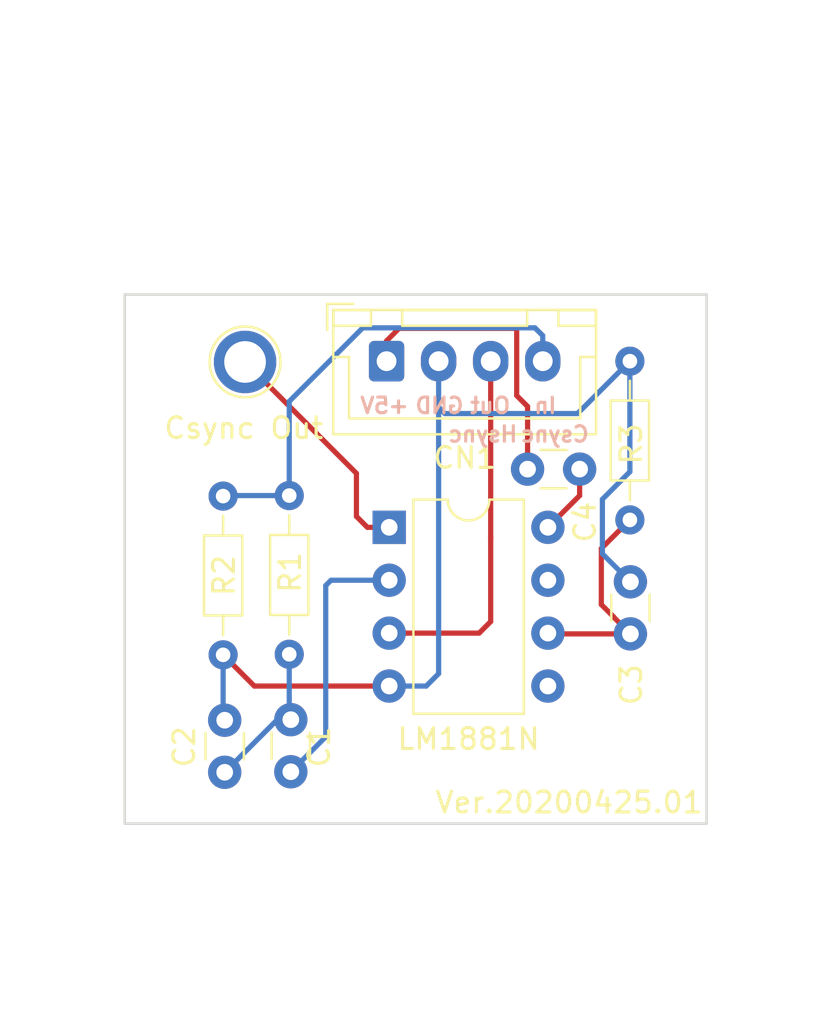
<source format=kicad_pcb>
(kicad_pcb (version 20171130) (host pcbnew 5.1.5-52549c5~84~ubuntu19.04.1)

  (general
    (thickness 1.6)
    (drawings 11)
    (tracks 58)
    (zones 0)
    (modules 10)
    (nets 1)
  )

  (page A4)
  (layers
    (0 F.Cu signal)
    (31 B.Cu signal)
    (32 B.Adhes user)
    (33 F.Adhes user)
    (34 B.Paste user)
    (35 F.Paste user)
    (36 B.SilkS user)
    (37 F.SilkS user)
    (38 B.Mask user)
    (39 F.Mask user)
    (40 Dwgs.User user)
    (41 Cmts.User user)
    (42 Eco1.User user)
    (43 Eco2.User user)
    (44 Edge.Cuts user)
    (45 Margin user)
    (46 B.CrtYd user)
    (47 F.CrtYd user)
    (48 B.Fab user)
    (49 F.Fab user)
  )

  (setup
    (last_trace_width 0.25)
    (trace_clearance 0.2)
    (zone_clearance 0.508)
    (zone_45_only no)
    (trace_min 0.2)
    (via_size 0.8)
    (via_drill 0.4)
    (via_min_size 0.4)
    (via_min_drill 0.3)
    (uvia_size 0.3)
    (uvia_drill 0.1)
    (uvias_allowed no)
    (uvia_min_size 0.2)
    (uvia_min_drill 0.1)
    (edge_width 0.05)
    (segment_width 0.2)
    (pcb_text_width 0.3)
    (pcb_text_size 1.5 1.5)
    (mod_edge_width 0.12)
    (mod_text_size 1 1)
    (mod_text_width 0.15)
    (pad_size 1.524 1.524)
    (pad_drill 0.762)
    (pad_to_mask_clearance 0.051)
    (solder_mask_min_width 0.25)
    (aux_axis_origin 0 0)
    (visible_elements FFFFFF7F)
    (pcbplotparams
      (layerselection 0x010fc_ffffffff)
      (usegerberextensions false)
      (usegerberattributes false)
      (usegerberadvancedattributes false)
      (creategerberjobfile false)
      (excludeedgelayer true)
      (linewidth 0.100000)
      (plotframeref false)
      (viasonmask false)
      (mode 1)
      (useauxorigin false)
      (hpglpennumber 1)
      (hpglpenspeed 20)
      (hpglpendiameter 15.000000)
      (psnegative false)
      (psa4output false)
      (plotreference true)
      (plotvalue true)
      (plotinvisibletext false)
      (padsonsilk false)
      (subtractmaskfromsilk false)
      (outputformat 1)
      (mirror false)
      (drillshape 1)
      (scaleselection 1)
      (outputdirectory ""))
  )

  (net 0 "")

  (net_class Default "これはデフォルトのネット クラスです。"
    (clearance 0.2)
    (trace_width 0.25)
    (via_dia 0.8)
    (via_drill 0.4)
    (uvia_dia 0.3)
    (uvia_drill 0.1)
  )

  (module Capacitor_THT:C_Disc_D3.0mm_W1.6mm_P2.50mm (layer F.Cu) (tedit 5AE50EF0) (tstamp 5EA42A1A)
    (at 44.704 23.622 180)
    (descr "C, Disc series, Radial, pin pitch=2.50mm, , diameter*width=3.0*1.6mm^2, Capacitor, http://www.vishay.com/docs/45233/krseries.pdf")
    (tags "C Disc series Radial pin pitch 2.50mm  diameter 3.0mm width 1.6mm Capacitor")
    (fp_text reference C4 (at -0.254 -2.54 -90) (layer F.SilkS)
      (effects (font (size 1 1) (thickness 0.15)))
    )
    (fp_text value C_Disc_D3.0mm_W1.6mm_P2.50mm (at 1.25 2.05) (layer F.Fab)
      (effects (font (size 1 1) (thickness 0.15)))
    )
    (fp_line (start -0.25 -0.8) (end -0.25 0.8) (layer F.Fab) (width 0.1))
    (fp_line (start -0.25 0.8) (end 2.75 0.8) (layer F.Fab) (width 0.1))
    (fp_line (start 2.75 0.8) (end 2.75 -0.8) (layer F.Fab) (width 0.1))
    (fp_line (start 2.75 -0.8) (end -0.25 -0.8) (layer F.Fab) (width 0.1))
    (fp_line (start 0.621 -0.92) (end 1.879 -0.92) (layer F.SilkS) (width 0.12))
    (fp_line (start 0.621 0.92) (end 1.879 0.92) (layer F.SilkS) (width 0.12))
    (fp_line (start -1.05 -1.05) (end -1.05 1.05) (layer F.CrtYd) (width 0.05))
    (fp_line (start -1.05 1.05) (end 3.55 1.05) (layer F.CrtYd) (width 0.05))
    (fp_line (start 3.55 1.05) (end 3.55 -1.05) (layer F.CrtYd) (width 0.05))
    (fp_line (start 3.55 -1.05) (end -1.05 -1.05) (layer F.CrtYd) (width 0.05))
    (fp_text user %R (at 1.25 0) (layer F.Fab)
      (effects (font (size 0.6 0.6) (thickness 0.09)))
    )
    (pad 1 thru_hole circle (at 0 0 180) (size 1.6 1.6) (drill 0.8) (layers *.Cu *.Mask))
    (pad 2 thru_hole circle (at 2.5 0 180) (size 1.6 1.6) (drill 0.8) (layers *.Cu *.Mask))
    (model ${KISYS3DMOD}/Capacitor_THT.3dshapes/C_Disc_D3.0mm_W1.6mm_P2.50mm.wrl
      (at (xyz 0 0 0))
      (scale (xyz 1 1 1))
      (rotate (xyz 0 0 0))
    )
  )

  (module Package_DIP:DIP-8_W7.62mm (layer F.Cu) (tedit 5A02E8C5) (tstamp 5EA42983)
    (at 35.56 26.416)
    (descr "8-lead though-hole mounted DIP package, row spacing 7.62 mm (300 mils)")
    (tags "THT DIP DIL PDIP 2.54mm 7.62mm 300mil")
    (fp_text reference LM1881N (at 3.81 10.16) (layer F.SilkS)
      (effects (font (size 1 1) (thickness 0.15)))
    )
    (fp_text value DIP-8_W7.62mm (at 3.81 9.95) (layer F.Fab)
      (effects (font (size 1 1) (thickness 0.15)))
    )
    (fp_text user %R (at 3.81 3.81) (layer F.Fab)
      (effects (font (size 1 1) (thickness 0.15)))
    )
    (fp_line (start 8.7 -1.55) (end -1.1 -1.55) (layer F.CrtYd) (width 0.05))
    (fp_line (start 8.7 9.15) (end 8.7 -1.55) (layer F.CrtYd) (width 0.05))
    (fp_line (start -1.1 9.15) (end 8.7 9.15) (layer F.CrtYd) (width 0.05))
    (fp_line (start -1.1 -1.55) (end -1.1 9.15) (layer F.CrtYd) (width 0.05))
    (fp_line (start 6.46 -1.33) (end 4.81 -1.33) (layer F.SilkS) (width 0.12))
    (fp_line (start 6.46 8.95) (end 6.46 -1.33) (layer F.SilkS) (width 0.12))
    (fp_line (start 1.16 8.95) (end 6.46 8.95) (layer F.SilkS) (width 0.12))
    (fp_line (start 1.16 -1.33) (end 1.16 8.95) (layer F.SilkS) (width 0.12))
    (fp_line (start 2.81 -1.33) (end 1.16 -1.33) (layer F.SilkS) (width 0.12))
    (fp_line (start 0.635 -0.27) (end 1.635 -1.27) (layer F.Fab) (width 0.1))
    (fp_line (start 0.635 8.89) (end 0.635 -0.27) (layer F.Fab) (width 0.1))
    (fp_line (start 6.985 8.89) (end 0.635 8.89) (layer F.Fab) (width 0.1))
    (fp_line (start 6.985 -1.27) (end 6.985 8.89) (layer F.Fab) (width 0.1))
    (fp_line (start 1.635 -1.27) (end 6.985 -1.27) (layer F.Fab) (width 0.1))
    (fp_arc (start 3.81 -1.33) (end 2.81 -1.33) (angle -180) (layer F.SilkS) (width 0.12))
    (pad 8 thru_hole oval (at 7.62 0) (size 1.6 1.6) (drill 0.8) (layers *.Cu *.Mask))
    (pad 4 thru_hole oval (at 0 7.62) (size 1.6 1.6) (drill 0.8) (layers *.Cu *.Mask))
    (pad 7 thru_hole oval (at 7.62 2.54) (size 1.6 1.6) (drill 0.8) (layers *.Cu *.Mask))
    (pad 3 thru_hole oval (at 0 5.08) (size 1.6 1.6) (drill 0.8) (layers *.Cu *.Mask))
    (pad 6 thru_hole oval (at 7.62 5.08) (size 1.6 1.6) (drill 0.8) (layers *.Cu *.Mask))
    (pad 2 thru_hole oval (at 0 2.54) (size 1.6 1.6) (drill 0.8) (layers *.Cu *.Mask))
    (pad 5 thru_hole oval (at 7.62 7.62) (size 1.6 1.6) (drill 0.8) (layers *.Cu *.Mask))
    (pad 1 thru_hole rect (at 0 0) (size 1.6 1.6) (drill 0.8) (layers *.Cu *.Mask))
    (model ${KISYS3DMOD}/Package_DIP.3dshapes/DIP-8_W7.62mm.wrl
      (at (xyz 0 0 0))
      (scale (xyz 1 1 1))
      (rotate (xyz 0 0 0))
    )
  )

  (module TestPoint:TestPoint_Plated_Hole_D2.0mm (layer F.Cu) (tedit 5A0F774F) (tstamp 5EA474D9)
    (at 28.6385 18.4785)
    (descr "Plated Hole as test Point, diameter 2.0mm")
    (tags "test point plated hole")
    (attr virtual)
    (fp_text reference "Csync Out" (at -0.0635 3.175) (layer F.SilkS)
      (effects (font (size 1 1) (thickness 0.15)))
    )
    (fp_text value TestPoint_Plated_Hole_D2.0mm (at 0 2.45) (layer F.Fab)
      (effects (font (size 1 1) (thickness 0.15)))
    )
    (fp_circle (center 0 0) (end 0 -1.7) (layer F.SilkS) (width 0.12))
    (fp_circle (center 0 0) (end 1.8 0) (layer F.CrtYd) (width 0.05))
    (fp_text user %R (at 0 -2.5) (layer F.Fab)
      (effects (font (size 1 1) (thickness 0.15)))
    )
    (pad 1 thru_hole circle (at 0 0) (size 3 3) (drill 2) (layers *.Cu *.Mask))
  )

  (module Resistor_THT:R_Axial_DIN0204_L3.6mm_D1.6mm_P7.62mm_Horizontal (layer F.Cu) (tedit 5AE5139B) (tstamp 5EA448F9)
    (at 47.117 18.4404 270)
    (descr "Resistor, Axial_DIN0204 series, Axial, Horizontal, pin pitch=7.62mm, 0.167W, length*diameter=3.6*1.6mm^2, http://cdn-reichelt.de/documents/datenblatt/B400/1_4W%23YAG.pdf")
    (tags "Resistor Axial_DIN0204 series Axial Horizontal pin pitch 7.62mm 0.167W length 3.6mm diameter 1.6mm")
    (fp_text reference R3 (at 3.9751 -0.0635 90) (layer F.SilkS)
      (effects (font (size 1 1) (thickness 0.15)))
    )
    (fp_text value R_Axial_DIN0204_L3.6mm_D1.6mm_P7.62mm_Horizontal (at 3.81 1.92 90) (layer F.Fab)
      (effects (font (size 1 1) (thickness 0.15)))
    )
    (fp_text user %R (at 3.81 0 90) (layer F.Fab)
      (effects (font (size 0.72 0.72) (thickness 0.108)))
    )
    (fp_line (start 8.57 -1.05) (end -0.95 -1.05) (layer F.CrtYd) (width 0.05))
    (fp_line (start 8.57 1.05) (end 8.57 -1.05) (layer F.CrtYd) (width 0.05))
    (fp_line (start -0.95 1.05) (end 8.57 1.05) (layer F.CrtYd) (width 0.05))
    (fp_line (start -0.95 -1.05) (end -0.95 1.05) (layer F.CrtYd) (width 0.05))
    (fp_line (start 6.68 0) (end 5.73 0) (layer F.SilkS) (width 0.12))
    (fp_line (start 0.94 0) (end 1.89 0) (layer F.SilkS) (width 0.12))
    (fp_line (start 5.73 -0.92) (end 1.89 -0.92) (layer F.SilkS) (width 0.12))
    (fp_line (start 5.73 0.92) (end 5.73 -0.92) (layer F.SilkS) (width 0.12))
    (fp_line (start 1.89 0.92) (end 5.73 0.92) (layer F.SilkS) (width 0.12))
    (fp_line (start 1.89 -0.92) (end 1.89 0.92) (layer F.SilkS) (width 0.12))
    (fp_line (start 7.62 0) (end 5.61 0) (layer F.Fab) (width 0.1))
    (fp_line (start 0 0) (end 2.01 0) (layer F.Fab) (width 0.1))
    (fp_line (start 5.61 -0.8) (end 2.01 -0.8) (layer F.Fab) (width 0.1))
    (fp_line (start 5.61 0.8) (end 5.61 -0.8) (layer F.Fab) (width 0.1))
    (fp_line (start 2.01 0.8) (end 5.61 0.8) (layer F.Fab) (width 0.1))
    (fp_line (start 2.01 -0.8) (end 2.01 0.8) (layer F.Fab) (width 0.1))
    (pad 2 thru_hole oval (at 7.62 0 270) (size 1.4 1.4) (drill 0.7) (layers *.Cu *.Mask))
    (pad 1 thru_hole circle (at 0 0 270) (size 1.4 1.4) (drill 0.7) (layers *.Cu *.Mask))
    (model ${KISYS3DMOD}/Resistor_THT.3dshapes/R_Axial_DIN0204_L3.6mm_D1.6mm_P7.62mm_Horizontal.wrl
      (at (xyz 0 0 0))
      (scale (xyz 1 1 1))
      (rotate (xyz 0 0 0))
    )
  )

  (module Connector_JST:JST_XH_B4B-XH-A_1x04_P2.50mm_Vertical (layer F.Cu) (tedit 5C28146C) (tstamp 5EA46B28)
    (at 35.433 18.4404)
    (descr "JST XH series connector, B4B-XH-A (http://www.jst-mfg.com/product/pdf/eng/eXH.pdf), generated with kicad-footprint-generator")
    (tags "connector JST XH vertical")
    (fp_text reference CN1 (at 3.75 4.6415) (layer F.SilkS)
      (effects (font (size 1 1) (thickness 0.15)))
    )
    (fp_text value JST_XH_B4B-XH-A_1x04_P2.50mm_Vertical (at 3.75 4.6) (layer F.Fab)
      (effects (font (size 1 1) (thickness 0.15)))
    )
    (fp_text user %R (at 3.75 2.7) (layer F.Fab)
      (effects (font (size 1 1) (thickness 0.15)))
    )
    (fp_line (start -2.85 -2.75) (end -2.85 -1.5) (layer F.SilkS) (width 0.12))
    (fp_line (start -1.6 -2.75) (end -2.85 -2.75) (layer F.SilkS) (width 0.12))
    (fp_line (start 9.3 2.75) (end 3.75 2.75) (layer F.SilkS) (width 0.12))
    (fp_line (start 9.3 -0.2) (end 9.3 2.75) (layer F.SilkS) (width 0.12))
    (fp_line (start 10.05 -0.2) (end 9.3 -0.2) (layer F.SilkS) (width 0.12))
    (fp_line (start -1.8 2.75) (end 3.75 2.75) (layer F.SilkS) (width 0.12))
    (fp_line (start -1.8 -0.2) (end -1.8 2.75) (layer F.SilkS) (width 0.12))
    (fp_line (start -2.55 -0.2) (end -1.8 -0.2) (layer F.SilkS) (width 0.12))
    (fp_line (start 10.05 -2.45) (end 8.25 -2.45) (layer F.SilkS) (width 0.12))
    (fp_line (start 10.05 -1.7) (end 10.05 -2.45) (layer F.SilkS) (width 0.12))
    (fp_line (start 8.25 -1.7) (end 10.05 -1.7) (layer F.SilkS) (width 0.12))
    (fp_line (start 8.25 -2.45) (end 8.25 -1.7) (layer F.SilkS) (width 0.12))
    (fp_line (start -0.75 -2.45) (end -2.55 -2.45) (layer F.SilkS) (width 0.12))
    (fp_line (start -0.75 -1.7) (end -0.75 -2.45) (layer F.SilkS) (width 0.12))
    (fp_line (start -2.55 -1.7) (end -0.75 -1.7) (layer F.SilkS) (width 0.12))
    (fp_line (start -2.55 -2.45) (end -2.55 -1.7) (layer F.SilkS) (width 0.12))
    (fp_line (start 6.75 -2.45) (end 0.75 -2.45) (layer F.SilkS) (width 0.12))
    (fp_line (start 6.75 -1.7) (end 6.75 -2.45) (layer F.SilkS) (width 0.12))
    (fp_line (start 0.75 -1.7) (end 6.75 -1.7) (layer F.SilkS) (width 0.12))
    (fp_line (start 0.75 -2.45) (end 0.75 -1.7) (layer F.SilkS) (width 0.12))
    (fp_line (start 0 -1.35) (end 0.625 -2.35) (layer F.Fab) (width 0.1))
    (fp_line (start -0.625 -2.35) (end 0 -1.35) (layer F.Fab) (width 0.1))
    (fp_line (start 10.45 -2.85) (end -2.95 -2.85) (layer F.CrtYd) (width 0.05))
    (fp_line (start 10.45 3.9) (end 10.45 -2.85) (layer F.CrtYd) (width 0.05))
    (fp_line (start -2.95 3.9) (end 10.45 3.9) (layer F.CrtYd) (width 0.05))
    (fp_line (start -2.95 -2.85) (end -2.95 3.9) (layer F.CrtYd) (width 0.05))
    (fp_line (start 10.06 -2.46) (end -2.56 -2.46) (layer F.SilkS) (width 0.12))
    (fp_line (start 10.06 3.51) (end 10.06 -2.46) (layer F.SilkS) (width 0.12))
    (fp_line (start -2.56 3.51) (end 10.06 3.51) (layer F.SilkS) (width 0.12))
    (fp_line (start -2.56 -2.46) (end -2.56 3.51) (layer F.SilkS) (width 0.12))
    (fp_line (start 9.95 -2.35) (end -2.45 -2.35) (layer F.Fab) (width 0.1))
    (fp_line (start 9.95 3.4) (end 9.95 -2.35) (layer F.Fab) (width 0.1))
    (fp_line (start -2.45 3.4) (end 9.95 3.4) (layer F.Fab) (width 0.1))
    (fp_line (start -2.45 -2.35) (end -2.45 3.4) (layer F.Fab) (width 0.1))
    (pad 4 thru_hole oval (at 7.5 0) (size 1.7 1.95) (drill 0.95) (layers *.Cu *.Mask))
    (pad 3 thru_hole oval (at 5 0) (size 1.7 1.95) (drill 0.95) (layers *.Cu *.Mask))
    (pad 2 thru_hole oval (at 2.5 0) (size 1.7 1.95) (drill 0.95) (layers *.Cu *.Mask))
    (pad 1 thru_hole roundrect (at 0 0) (size 1.7 1.95) (drill 0.95) (layers *.Cu *.Mask) (roundrect_rratio 0.147059))
    (model ${KISYS3DMOD}/Connector_JST.3dshapes/JST_XH_B4B-XH-A_1x04_P2.50mm_Vertical.wrl
      (at (xyz 0 0 0))
      (scale (xyz 1 1 1))
      (rotate (xyz 0 0 0))
    )
  )

  (module Resistor_THT:R_Axial_DIN0204_L3.6mm_D1.6mm_P7.62mm_Horizontal (layer F.Cu) (tedit 5AE5139B) (tstamp 5EA4671D)
    (at 27.5844 24.9174 270)
    (descr "Resistor, Axial_DIN0204 series, Axial, Horizontal, pin pitch=7.62mm, 0.167W, length*diameter=3.6*1.6mm^2, http://cdn-reichelt.de/documents/datenblatt/B400/1_4W%23YAG.pdf")
    (tags "Resistor Axial_DIN0204 series Axial Horizontal pin pitch 7.62mm 0.167W length 3.6mm diameter 1.6mm")
    (fp_text reference R2 (at 3.81 -0.0381 90) (layer F.SilkS)
      (effects (font (size 1 1) (thickness 0.15)))
    )
    (fp_text value R_Axial_DIN0204_L3.6mm_D1.6mm_P7.62mm_Horizontal (at 3.81 1.92 90) (layer F.Fab)
      (effects (font (size 1 1) (thickness 0.15)))
    )
    (fp_text user %R (at 3.81 0 90) (layer F.Fab)
      (effects (font (size 0.72 0.72) (thickness 0.108)))
    )
    (fp_line (start 8.57 -1.05) (end -0.95 -1.05) (layer F.CrtYd) (width 0.05))
    (fp_line (start 8.57 1.05) (end 8.57 -1.05) (layer F.CrtYd) (width 0.05))
    (fp_line (start -0.95 1.05) (end 8.57 1.05) (layer F.CrtYd) (width 0.05))
    (fp_line (start -0.95 -1.05) (end -0.95 1.05) (layer F.CrtYd) (width 0.05))
    (fp_line (start 6.68 0) (end 5.73 0) (layer F.SilkS) (width 0.12))
    (fp_line (start 0.94 0) (end 1.89 0) (layer F.SilkS) (width 0.12))
    (fp_line (start 5.73 -0.92) (end 1.89 -0.92) (layer F.SilkS) (width 0.12))
    (fp_line (start 5.73 0.92) (end 5.73 -0.92) (layer F.SilkS) (width 0.12))
    (fp_line (start 1.89 0.92) (end 5.73 0.92) (layer F.SilkS) (width 0.12))
    (fp_line (start 1.89 -0.92) (end 1.89 0.92) (layer F.SilkS) (width 0.12))
    (fp_line (start 7.62 0) (end 5.61 0) (layer F.Fab) (width 0.1))
    (fp_line (start 0 0) (end 2.01 0) (layer F.Fab) (width 0.1))
    (fp_line (start 5.61 -0.8) (end 2.01 -0.8) (layer F.Fab) (width 0.1))
    (fp_line (start 5.61 0.8) (end 5.61 -0.8) (layer F.Fab) (width 0.1))
    (fp_line (start 2.01 0.8) (end 5.61 0.8) (layer F.Fab) (width 0.1))
    (fp_line (start 2.01 -0.8) (end 2.01 0.8) (layer F.Fab) (width 0.1))
    (pad 2 thru_hole oval (at 7.62 0 270) (size 1.4 1.4) (drill 0.7) (layers *.Cu *.Mask))
    (pad 1 thru_hole circle (at 0 0 270) (size 1.4 1.4) (drill 0.7) (layers *.Cu *.Mask))
    (model ${KISYS3DMOD}/Resistor_THT.3dshapes/R_Axial_DIN0204_L3.6mm_D1.6mm_P7.62mm_Horizontal.wrl
      (at (xyz 0 0 0))
      (scale (xyz 1 1 1))
      (rotate (xyz 0 0 0))
    )
  )

  (module Capacitor_THT:C_Disc_D3.0mm_W1.6mm_P2.50mm (layer F.Cu) (tedit 5AE50EF0) (tstamp 5EA4670D)
    (at 27.6606 35.6762 270)
    (descr "C, Disc series, Radial, pin pitch=2.50mm, , diameter*width=3.0*1.6mm^2, Capacitor, http://www.vishay.com/docs/45233/krseries.pdf")
    (tags "C Disc series Radial pin pitch 2.50mm  diameter 3.0mm width 1.6mm Capacitor")
    (fp_text reference C2 (at 1.2808 1.9431 90) (layer F.SilkS)
      (effects (font (size 1 1) (thickness 0.15)))
    )
    (fp_text value C_Disc_D3.0mm_W1.6mm_P2.50mm (at 1.25 2.05 90) (layer F.Fab)
      (effects (font (size 1 1) (thickness 0.15)))
    )
    (fp_text user %R (at 1.25 0 90) (layer F.Fab)
      (effects (font (size 0.6 0.6) (thickness 0.09)))
    )
    (fp_line (start 3.55 -1.05) (end -1.05 -1.05) (layer F.CrtYd) (width 0.05))
    (fp_line (start 3.55 1.05) (end 3.55 -1.05) (layer F.CrtYd) (width 0.05))
    (fp_line (start -1.05 1.05) (end 3.55 1.05) (layer F.CrtYd) (width 0.05))
    (fp_line (start -1.05 -1.05) (end -1.05 1.05) (layer F.CrtYd) (width 0.05))
    (fp_line (start 0.621 0.92) (end 1.879 0.92) (layer F.SilkS) (width 0.12))
    (fp_line (start 0.621 -0.92) (end 1.879 -0.92) (layer F.SilkS) (width 0.12))
    (fp_line (start 2.75 -0.8) (end -0.25 -0.8) (layer F.Fab) (width 0.1))
    (fp_line (start 2.75 0.8) (end 2.75 -0.8) (layer F.Fab) (width 0.1))
    (fp_line (start -0.25 0.8) (end 2.75 0.8) (layer F.Fab) (width 0.1))
    (fp_line (start -0.25 -0.8) (end -0.25 0.8) (layer F.Fab) (width 0.1))
    (pad 2 thru_hole circle (at 2.5 0 270) (size 1.6 1.6) (drill 0.8) (layers *.Cu *.Mask))
    (pad 1 thru_hole circle (at 0 0 270) (size 1.6 1.6) (drill 0.8) (layers *.Cu *.Mask))
    (model ${KISYS3DMOD}/Capacitor_THT.3dshapes/C_Disc_D3.0mm_W1.6mm_P2.50mm.wrl
      (at (xyz 0 0 0))
      (scale (xyz 1 1 1))
      (rotate (xyz 0 0 0))
    )
  )

  (module Resistor_THT:R_Axial_DIN0204_L3.6mm_D1.6mm_P7.62mm_Horizontal (layer F.Cu) (tedit 5AE5139B) (tstamp 5EA466CF)
    (at 30.7594 24.892 270)
    (descr "Resistor, Axial_DIN0204 series, Axial, Horizontal, pin pitch=7.62mm, 0.167W, length*diameter=3.6*1.6mm^2, http://cdn-reichelt.de/documents/datenblatt/B400/1_4W%23YAG.pdf")
    (tags "Resistor Axial_DIN0204 series Axial Horizontal pin pitch 7.62mm 0.167W length 3.6mm diameter 1.6mm")
    (fp_text reference R1 (at 3.683 -0.0381 90) (layer F.SilkS)
      (effects (font (size 1 1) (thickness 0.15)))
    )
    (fp_text value R_Axial_DIN0204_L3.6mm_D1.6mm_P7.62mm_Horizontal (at 3.81 1.92 90) (layer F.Fab)
      (effects (font (size 1 1) (thickness 0.15)))
    )
    (fp_line (start 2.01 -0.8) (end 2.01 0.8) (layer F.Fab) (width 0.1))
    (fp_line (start 2.01 0.8) (end 5.61 0.8) (layer F.Fab) (width 0.1))
    (fp_line (start 5.61 0.8) (end 5.61 -0.8) (layer F.Fab) (width 0.1))
    (fp_line (start 5.61 -0.8) (end 2.01 -0.8) (layer F.Fab) (width 0.1))
    (fp_line (start 0 0) (end 2.01 0) (layer F.Fab) (width 0.1))
    (fp_line (start 7.62 0) (end 5.61 0) (layer F.Fab) (width 0.1))
    (fp_line (start 1.89 -0.92) (end 1.89 0.92) (layer F.SilkS) (width 0.12))
    (fp_line (start 1.89 0.92) (end 5.73 0.92) (layer F.SilkS) (width 0.12))
    (fp_line (start 5.73 0.92) (end 5.73 -0.92) (layer F.SilkS) (width 0.12))
    (fp_line (start 5.73 -0.92) (end 1.89 -0.92) (layer F.SilkS) (width 0.12))
    (fp_line (start 0.94 0) (end 1.89 0) (layer F.SilkS) (width 0.12))
    (fp_line (start 6.68 0) (end 5.73 0) (layer F.SilkS) (width 0.12))
    (fp_line (start -0.95 -1.05) (end -0.95 1.05) (layer F.CrtYd) (width 0.05))
    (fp_line (start -0.95 1.05) (end 8.57 1.05) (layer F.CrtYd) (width 0.05))
    (fp_line (start 8.57 1.05) (end 8.57 -1.05) (layer F.CrtYd) (width 0.05))
    (fp_line (start 8.57 -1.05) (end -0.95 -1.05) (layer F.CrtYd) (width 0.05))
    (fp_text user %R (at 3.81 0 90) (layer F.Fab)
      (effects (font (size 0.72 0.72) (thickness 0.108)))
    )
    (pad 1 thru_hole circle (at 0 0 270) (size 1.4 1.4) (drill 0.7) (layers *.Cu *.Mask))
    (pad 2 thru_hole oval (at 7.62 0 270) (size 1.4 1.4) (drill 0.7) (layers *.Cu *.Mask))
    (model ${KISYS3DMOD}/Resistor_THT.3dshapes/R_Axial_DIN0204_L3.6mm_D1.6mm_P7.62mm_Horizontal.wrl
      (at (xyz 0 0 0))
      (scale (xyz 1 1 1))
      (rotate (xyz 0 0 0))
    )
  )

  (module Capacitor_THT:C_Disc_D3.0mm_W1.6mm_P2.50mm (layer F.Cu) (tedit 5AE50EF0) (tstamp 5EA46698)
    (at 30.8356 35.6508 270)
    (descr "C, Disc series, Radial, pin pitch=2.50mm, , diameter*width=3.0*1.6mm^2, Capacitor, http://www.vishay.com/docs/45233/krseries.pdf")
    (tags "C Disc series Radial pin pitch 2.50mm  diameter 3.0mm width 1.6mm Capacitor")
    (fp_text reference C1 (at 1.3062 -1.3589 90) (layer F.SilkS)
      (effects (font (size 1 1) (thickness 0.15)))
    )
    (fp_text value C_Disc_D3.0mm_W1.6mm_P2.50mm (at 1.25 2.05 90) (layer F.Fab)
      (effects (font (size 1 1) (thickness 0.15)))
    )
    (fp_line (start -0.25 -0.8) (end -0.25 0.8) (layer F.Fab) (width 0.1))
    (fp_line (start -0.25 0.8) (end 2.75 0.8) (layer F.Fab) (width 0.1))
    (fp_line (start 2.75 0.8) (end 2.75 -0.8) (layer F.Fab) (width 0.1))
    (fp_line (start 2.75 -0.8) (end -0.25 -0.8) (layer F.Fab) (width 0.1))
    (fp_line (start 0.621 -0.92) (end 1.879 -0.92) (layer F.SilkS) (width 0.12))
    (fp_line (start 0.621 0.92) (end 1.879 0.92) (layer F.SilkS) (width 0.12))
    (fp_line (start -1.05 -1.05) (end -1.05 1.05) (layer F.CrtYd) (width 0.05))
    (fp_line (start -1.05 1.05) (end 3.55 1.05) (layer F.CrtYd) (width 0.05))
    (fp_line (start 3.55 1.05) (end 3.55 -1.05) (layer F.CrtYd) (width 0.05))
    (fp_line (start 3.55 -1.05) (end -1.05 -1.05) (layer F.CrtYd) (width 0.05))
    (fp_text user %R (at 1.25 0 90) (layer F.Fab)
      (effects (font (size 0.6 0.6) (thickness 0.09)))
    )
    (pad 1 thru_hole circle (at 0 0 270) (size 1.6 1.6) (drill 0.8) (layers *.Cu *.Mask))
    (pad 2 thru_hole circle (at 2.5 0 270) (size 1.6 1.6) (drill 0.8) (layers *.Cu *.Mask))
    (model ${KISYS3DMOD}/Capacitor_THT.3dshapes/C_Disc_D3.0mm_W1.6mm_P2.50mm.wrl
      (at (xyz 0 0 0))
      (scale (xyz 1 1 1))
      (rotate (xyz 0 0 0))
    )
  )

  (module Capacitor_THT:C_Disc_D3.0mm_W1.6mm_P2.50mm (layer F.Cu) (tedit 5AE50EF0) (tstamp 5EA464EB)
    (at 47.1424 29.0322 270)
    (descr "C, Disc series, Radial, pin pitch=2.50mm, , diameter*width=3.0*1.6mm^2, Capacitor, http://www.vishay.com/docs/45233/krseries.pdf")
    (tags "C Disc series Radial pin pitch 2.50mm  diameter 3.0mm width 1.6mm Capacitor")
    (fp_text reference C3 (at 4.9403 -0.0381 90) (layer F.SilkS)
      (effects (font (size 1 1) (thickness 0.15)))
    )
    (fp_text value C_Disc_D3.0mm_W1.6mm_P2.50mm (at 1.25 2.05 90) (layer F.Fab)
      (effects (font (size 1 1) (thickness 0.15)))
    )
    (fp_text user %R (at 1.25 0 90) (layer F.Fab)
      (effects (font (size 0.6 0.6) (thickness 0.09)))
    )
    (fp_line (start 3.55 -1.05) (end -1.05 -1.05) (layer F.CrtYd) (width 0.05))
    (fp_line (start 3.55 1.05) (end 3.55 -1.05) (layer F.CrtYd) (width 0.05))
    (fp_line (start -1.05 1.05) (end 3.55 1.05) (layer F.CrtYd) (width 0.05))
    (fp_line (start -1.05 -1.05) (end -1.05 1.05) (layer F.CrtYd) (width 0.05))
    (fp_line (start 0.621 0.92) (end 1.879 0.92) (layer F.SilkS) (width 0.12))
    (fp_line (start 0.621 -0.92) (end 1.879 -0.92) (layer F.SilkS) (width 0.12))
    (fp_line (start 2.75 -0.8) (end -0.25 -0.8) (layer F.Fab) (width 0.1))
    (fp_line (start 2.75 0.8) (end 2.75 -0.8) (layer F.Fab) (width 0.1))
    (fp_line (start -0.25 0.8) (end 2.75 0.8) (layer F.Fab) (width 0.1))
    (fp_line (start -0.25 -0.8) (end -0.25 0.8) (layer F.Fab) (width 0.1))
    (pad 2 thru_hole circle (at 2.5 0 270) (size 1.6 1.6) (drill 0.8) (layers *.Cu *.Mask))
    (pad 1 thru_hole circle (at 0 0 270) (size 1.6 1.6) (drill 0.8) (layers *.Cu *.Mask))
    (model ${KISYS3DMOD}/Capacitor_THT.3dshapes/C_Disc_D3.0mm_W1.6mm_P2.50mm.wrl
      (at (xyz 0 0 0))
      (scale (xyz 1 1 1))
      (rotate (xyz 0 0 0))
    )
  )

  (gr_text Ver.20200425.01 (at 44.196 39.624) (layer F.SilkS)
    (effects (font (size 1 1) (thickness 0.15)))
  )
  (gr_line (start 50.8 40.64) (end 22.86 40.64) (layer Edge.Cuts) (width 0.12) (tstamp 5EA4246C))
  (gr_line (start 50.8 15.24) (end 50.8 40.64) (layer Edge.Cuts) (width 0.12))
  (gr_line (start 22.86 15.24) (end 50.8 15.24) (layer Edge.Cuts) (width 0.12))
  (gr_line (start 22.86 40.64) (end 22.86 15.24) (layer Edge.Cuts) (width 0.12))
  (gr_text Hsync (at 40.0558 21.9456) (layer B.SilkS) (tstamp 5EA46EDB)
    (effects (font (size 0.75 0.75) (thickness 0.15)) (justify mirror))
  )
  (gr_text Csync (at 43.5102 21.9456) (layer B.SilkS) (tstamp 5EA46ED8)
    (effects (font (size 0.75 0.75) (thickness 0.15)) (justify mirror))
  )
  (gr_text Out (at 40.4114 20.574) (layer B.SilkS) (tstamp 5EA46DB3)
    (effects (font (size 0.75 0.75) (thickness 0.15)) (justify mirror))
  )
  (gr_text In (at 43.053 20.574) (layer B.SilkS) (tstamp 5EA46DB2)
    (effects (font (size 0.75 0.75) (thickness 0.15)) (justify mirror))
  )
  (gr_text GND (at 37.973 20.574) (layer B.SilkS) (tstamp 5EA46D10)
    (effects (font (size 0.75 0.75) (thickness 0.15)) (justify mirror))
  )
  (gr_text +5V (at 35.3314 20.574) (layer B.SilkS)
    (effects (font (size 0.75 0.75) (thickness 0.15)) (justify mirror))
  )

  (segment (start 36.0328 16.8656) (end 41.6814 16.8656) (width 0.25) (layer F.Cu) (net 0))
  (segment (start 35.433 18.4404) (end 35.433 17.4654) (width 0.25) (layer F.Cu) (net 0))
  (segment (start 35.433 17.4654) (end 36.0328 16.8656) (width 0.25) (layer F.Cu) (net 0))
  (segment (start 47.1424 26.0858) (end 47.117 26.0604) (width 0.25) (layer F.Cu) (net 0))
  (segment (start 47.1062 31.496) (end 47.1424 31.5322) (width 0.25) (layer F.Cu) (net 0))
  (segment (start 46.342401 30.732201) (end 46.342401 30.721401) (width 0.25) (layer F.Cu) (net 0))
  (segment (start 47.1424 31.5322) (end 46.342401 30.732201) (width 0.25) (layer F.Cu) (net 0))
  (segment (start 46.342401 30.721401) (end 45.7454 30.1244) (width 0.25) (layer F.Cu) (net 0))
  (segment (start 45.7454 27.432) (end 47.117 26.0604) (width 0.25) (layer F.Cu) (net 0))
  (segment (start 45.7454 30.1244) (end 45.7454 27.432) (width 0.25) (layer F.Cu) (net 0))
  (segment (start 47.117 18.4404) (end 44.6024 20.955) (width 0.25) (layer B.Cu) (net 0))
  (segment (start 44.6024 20.955) (end 38.227 20.955) (width 0.25) (layer B.Cu) (net 0))
  (segment (start 38.227 20.955) (end 37.933 20.661) (width 0.25) (layer B.Cu) (net 0))
  (segment (start 37.933 20.4616) (end 37.933 18.4404) (width 0.25) (layer B.Cu) (net 0))
  (segment (start 37.933 20.661) (end 37.933 20.4616) (width 0.25) (layer B.Cu) (net 0))
  (segment (start 42.933 17.2154) (end 42.5578 16.8402) (width 0.25) (layer B.Cu) (net 0))
  (segment (start 42.933 18.4404) (end 42.933 17.2154) (width 0.25) (layer B.Cu) (net 0))
  (segment (start 42.5578 16.8402) (end 34.29 16.8402) (width 0.25) (layer B.Cu) (net 0))
  (segment (start 30.7594 20.3708) (end 30.7594 24.892) (width 0.25) (layer B.Cu) (net 0))
  (segment (start 34.29 16.8402) (end 30.7594 20.3708) (width 0.25) (layer B.Cu) (net 0))
  (segment (start 30.7594 35.5746) (end 30.8356 35.6508) (width 0.25) (layer B.Cu) (net 0))
  (segment (start 30.7594 32.512) (end 30.7594 35.5746) (width 0.25) (layer B.Cu) (net 0))
  (segment (start 27.6098 24.892) (end 27.5844 24.9174) (width 0.25) (layer B.Cu) (net 0))
  (segment (start 30.7594 24.892) (end 27.6098 24.892) (width 0.25) (layer B.Cu) (net 0))
  (segment (start 27.5844 35.6) (end 27.6606 35.6762) (width 0.25) (layer B.Cu) (net 0))
  (segment (start 27.5844 32.5374) (end 27.5844 35.6) (width 0.25) (layer B.Cu) (net 0))
  (segment (start 29.083 34.036) (end 27.5844 32.5374) (width 0.25) (layer F.Cu) (net 0))
  (segment (start 30.186 35.6508) (end 30.8356 35.6508) (width 0.25) (layer B.Cu) (net 0))
  (segment (start 27.6606 38.1762) (end 30.186 35.6508) (width 0.25) (layer B.Cu) (net 0))
  (segment (start 33.9852 23.8252) (end 28.6385 18.4785) (width 0.25) (layer F.Cu) (net 0))
  (segment (start 43.2162 31.5322) (end 43.18 31.496) (width 0.25) (layer F.Cu) (net 0))
  (segment (start 47.1424 31.5322) (end 43.2162 31.5322) (width 0.25) (layer F.Cu) (net 0))
  (segment (start 41.656 23.622) (end 41.6814 23.7236) (width 0.25) (layer F.Cu) (net 0))
  (segment (start 34.51 26.416) (end 35.56 26.416) (width 0.25) (layer F.Cu) (net 0))
  (segment (start 33.9852 25.8912) (end 34.51 26.416) (width 0.25) (layer F.Cu) (net 0))
  (segment (start 33.9852 23.8252) (end 33.9852 25.8912) (width 0.25) (layer F.Cu) (net 0))
  (segment (start 29.083 34.036) (end 35.56 34.036) (width 0.25) (layer F.Cu) (net 0))
  (segment (start 32.766 28.956) (end 35.56 28.956) (width 0.25) (layer B.Cu) (net 0))
  (segment (start 32.512 29.21) (end 32.766 28.956) (width 0.25) (layer B.Cu) (net 0))
  (segment (start 30.8356 38.1508) (end 32.512 36.4744) (width 0.25) (layer B.Cu) (net 0))
  (segment (start 32.512 36.4744) (end 32.512 29.21) (width 0.25) (layer B.Cu) (net 0))
  (segment (start 37.338 34.036) (end 35.56 34.036) (width 0.25) (layer B.Cu) (net 0))
  (segment (start 37.933 20.4616) (end 37.933 33.441) (width 0.25) (layer B.Cu) (net 0))
  (segment (start 37.933 33.441) (end 37.338 34.036) (width 0.25) (layer B.Cu) (net 0))
  (segment (start 40.433 26.877) (end 40.433 30.941) (width 0.25) (layer F.Cu) (net 0))
  (segment (start 40.433 26.877) (end 40.433 18.4404) (width 0.25) (layer F.Cu) (net 0))
  (segment (start 40.433 27.0294) (end 40.433 26.877) (width 0.25) (layer F.Cu) (net 0))
  (segment (start 39.878 31.496) (end 35.56 31.496) (width 0.25) (layer F.Cu) (net 0))
  (segment (start 40.433 30.941) (end 39.878 31.496) (width 0.25) (layer F.Cu) (net 0))
  (segment (start 44.704 24.892) (end 43.18 26.416) (width 0.25) (layer F.Cu) (net 0))
  (segment (start 44.704 23.622) (end 44.704 24.892) (width 0.25) (layer F.Cu) (net 0))
  (segment (start 42.204 23.622) (end 42.204 20.614) (width 0.25) (layer F.Cu) (net 0))
  (segment (start 41.6814 20.0914) (end 41.6814 16.8656) (width 0.25) (layer F.Cu) (net 0))
  (segment (start 42.204 20.614) (end 41.6814 20.0914) (width 0.25) (layer F.Cu) (net 0))
  (segment (start 47.1424 29.0322) (end 45.7962 27.686) (width 0.25) (layer B.Cu) (net 0))
  (segment (start 45.7962 27.686) (end 45.7962 25.0698) (width 0.25) (layer B.Cu) (net 0))
  (segment (start 47.117 23.749) (end 47.117 18.4404) (width 0.25) (layer B.Cu) (net 0))
  (segment (start 45.7962 25.0698) (end 47.117 23.749) (width 0.25) (layer B.Cu) (net 0))

)

</source>
